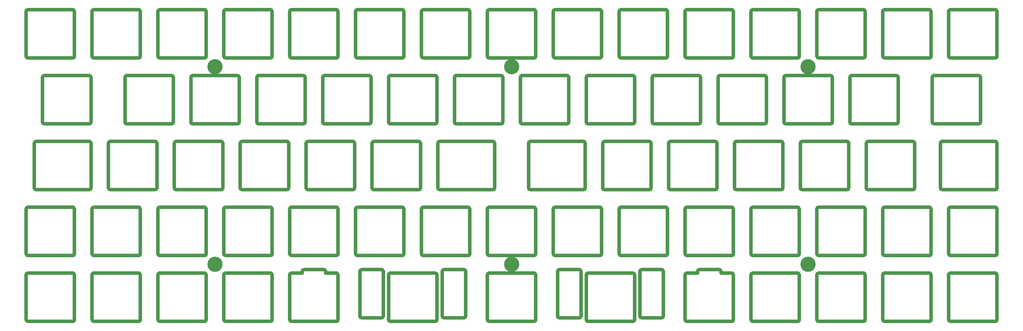
<source format=gbr>
%TF.GenerationSoftware,KiCad,Pcbnew,7.0.10*%
%TF.CreationDate,2024-03-15T21:20:40+01:00*%
%TF.ProjectId,katana60-pro-plate,6b617461-6e61-4363-902d-70726f2d706c,rev?*%
%TF.SameCoordinates,Original*%
%TF.FileFunction,Copper,L1,Top*%
%TF.FilePolarity,Positive*%
%FSLAX46Y46*%
G04 Gerber Fmt 4.6, Leading zero omitted, Abs format (unit mm)*
G04 Created by KiCad (PCBNEW 7.0.10) date 2024-03-15 21:20:40*
%MOMM*%
%LPD*%
G01*
G04 APERTURE LIST*
%TA.AperFunction,EtchedComponent*%
%ADD10C,1.000000*%
%TD*%
%TA.AperFunction,ComponentPad*%
%ADD11C,2.600000*%
%TD*%
%TA.AperFunction,ConnectorPad*%
%ADD12C,4.400000*%
%TD*%
G04 APERTURE END LIST*
D10*
%TO.C,S2*%
X250231250Y-162662499D02*
X250231250Y-149662499D01*
X243981250Y-163162499D02*
X249731250Y-163162499D01*
X243981250Y-149162499D02*
X249731250Y-149162499D01*
X243481250Y-162662499D02*
X243481250Y-149662499D01*
X241950000Y-163662500D02*
X241950000Y-150662500D01*
X241450000Y-150162500D02*
X228450000Y-150162500D01*
X228450000Y-164162500D02*
X241450000Y-164162500D01*
X227950000Y-150662500D02*
X227950000Y-163662500D01*
X226418750Y-162662499D02*
X226418750Y-149662499D01*
X220168750Y-163162499D02*
X225918750Y-163162499D01*
X220168750Y-149162499D02*
X225918750Y-149162499D01*
X219668750Y-162662499D02*
X219668750Y-149662499D01*
X249731250Y-163162499D02*
G75*
G03*
X250231250Y-162662499I-1J500001D01*
G01*
X250231250Y-149662499D02*
G75*
G03*
X249731250Y-149162499I-499998J2D01*
G01*
X243481250Y-162662499D02*
G75*
G03*
X243981250Y-163162499I500001J1D01*
G01*
X243981250Y-149162499D02*
G75*
G03*
X243481250Y-149662499I1J-500001D01*
G01*
X241450000Y-164162500D02*
G75*
G03*
X241950000Y-163662500I2J499998D01*
G01*
X241947236Y-150663616D02*
G75*
G03*
X241447236Y-150163616I-499998J2D01*
G01*
X227950000Y-163662500D02*
G75*
G03*
X228450000Y-164162500I500000J0D01*
G01*
X228450000Y-150162500D02*
G75*
G03*
X227950000Y-150662500I0J-500000D01*
G01*
X225918750Y-163162550D02*
G75*
G03*
X226418750Y-162662499I-50J500050D01*
G01*
X226418801Y-149662499D02*
G75*
G03*
X225918750Y-149162499I-500001J-1D01*
G01*
X219668801Y-162662499D02*
G75*
G03*
X220168750Y-163162499I499999J-1D01*
G01*
X220168750Y-149162450D02*
G75*
G03*
X219668750Y-149662499I50J-500050D01*
G01*
%TO.C,S3*%
X270525000Y-163662500D02*
X270525000Y-150662500D01*
X270025000Y-150162500D02*
X266900000Y-150162500D01*
X266900000Y-150162500D02*
X266900000Y-149662499D01*
X260650000Y-149162499D02*
X266400000Y-149162499D01*
X260150000Y-150162500D02*
X260150000Y-149662499D01*
X257027764Y-150163616D02*
X260150000Y-150162500D01*
X257025000Y-164162500D02*
X270025000Y-164162500D01*
X256525000Y-150662500D02*
X256525000Y-163662500D01*
X213375000Y-163662500D02*
X213375000Y-150662500D01*
X212875000Y-150162500D02*
X199875000Y-150162500D01*
X199875000Y-164162500D02*
X212875000Y-164162500D01*
X199375000Y-150662500D02*
X199375000Y-163662500D01*
X156225000Y-163662500D02*
X156225000Y-150662500D01*
X155725000Y-150162500D02*
X152599395Y-150162500D01*
X152600000Y-150162500D02*
X152600000Y-149662499D01*
X146350000Y-149162499D02*
X152100000Y-149162499D01*
X145850000Y-150162500D02*
X145850000Y-149662499D01*
X142727764Y-150163616D02*
X145850000Y-150162500D01*
X142725000Y-164162500D02*
X155725000Y-164162500D01*
X142225000Y-150662500D02*
X142225000Y-163662500D01*
X270025000Y-164162500D02*
G75*
G03*
X270525000Y-163662500I2J499998D01*
G01*
X270522236Y-150663616D02*
G75*
G03*
X270022236Y-150163616I-499998J2D01*
G01*
X266900000Y-149662499D02*
G75*
G03*
X266400000Y-149162499I-499998J2D01*
G01*
X260650000Y-149162499D02*
G75*
G03*
X260150000Y-149662499I1J-500001D01*
G01*
X256525000Y-163662500D02*
G75*
G03*
X257025000Y-164162500I500001J1D01*
G01*
X257025000Y-150162500D02*
G75*
G03*
X256525000Y-150662500I1J-500001D01*
G01*
X212875000Y-164162500D02*
G75*
G03*
X213375000Y-163662500I2J499998D01*
G01*
X213372236Y-150663616D02*
G75*
G03*
X212872236Y-150163616I-499998J2D01*
G01*
X199375000Y-163662500D02*
G75*
G03*
X199875000Y-164162500I500000J0D01*
G01*
X199875000Y-150162500D02*
G75*
G03*
X199375000Y-150662500I0J-500000D01*
G01*
X155725000Y-164162500D02*
G75*
G03*
X156225000Y-163662500I0J500000D01*
G01*
X156222184Y-150663616D02*
G75*
G03*
X155722236Y-150163616I-499984J16D01*
G01*
X152600001Y-149662499D02*
G75*
G03*
X152100000Y-149162499I-500001J-1D01*
G01*
X146350000Y-149162500D02*
G75*
G03*
X145850000Y-149662499I0J-500000D01*
G01*
X142225000Y-163662500D02*
G75*
G03*
X142725000Y-164162500I500000J0D01*
G01*
X142725000Y-150162500D02*
G75*
G03*
X142225000Y-150662500I0J-500000D01*
G01*
%TO.C,S1*%
X193081250Y-162662499D02*
X193081250Y-149662499D01*
X186831250Y-163162499D02*
X192581250Y-163162499D01*
X186831250Y-149162499D02*
X192581250Y-149162499D01*
X186331250Y-162662499D02*
X186331250Y-149662499D01*
X184800000Y-163662500D02*
X184800000Y-150662500D01*
X184300000Y-150162500D02*
X171300000Y-150162500D01*
X171300000Y-164162500D02*
X184300000Y-164162500D01*
X170800000Y-150662500D02*
X170800000Y-163662500D01*
X169268750Y-162662499D02*
X169268750Y-149662499D01*
X163018750Y-163162499D02*
X168768750Y-163162499D01*
X163018750Y-149162499D02*
X168768750Y-149162499D01*
X162518750Y-162662499D02*
X162518750Y-149662499D01*
X192581250Y-163162499D02*
G75*
G03*
X193081250Y-162662499I-1J500001D01*
G01*
X193081250Y-149662499D02*
G75*
G03*
X192581250Y-149162499I-499998J2D01*
G01*
X186331250Y-162662499D02*
G75*
G03*
X186831250Y-163162499I500001J1D01*
G01*
X186831250Y-149162499D02*
G75*
G03*
X186331250Y-149662499I1J-500001D01*
G01*
X184300000Y-164162500D02*
G75*
G03*
X184800000Y-163662500I2J499998D01*
G01*
X184797236Y-150663616D02*
G75*
G03*
X184297236Y-150163616I-499998J2D01*
G01*
X170800000Y-163662500D02*
G75*
G03*
X171300000Y-164162500I500000J0D01*
G01*
X171300000Y-150162500D02*
G75*
G03*
X170800000Y-150662500I0J-500000D01*
G01*
X168768750Y-163162550D02*
G75*
G03*
X169268750Y-162662499I-50J500050D01*
G01*
X169268801Y-149662499D02*
G75*
G03*
X168768750Y-149162499I-500001J-1D01*
G01*
X162518801Y-162662499D02*
G75*
G03*
X163018750Y-163162499I499999J-1D01*
G01*
X163018750Y-149162450D02*
G75*
G03*
X162518750Y-149662499I50J-500050D01*
G01*
%TO.C,MX56*%
X270525000Y-144612500D02*
X270525000Y-131612500D01*
X270025000Y-131112500D02*
X257025000Y-131112500D01*
X257025000Y-145112500D02*
X270025000Y-145112500D01*
X256525000Y-131612500D02*
X256525000Y-144612500D01*
X270025000Y-145112500D02*
G75*
G03*
X270525000Y-144612500I-1J500001D01*
G01*
X270525000Y-131612500D02*
G75*
G03*
X270025000Y-131112500I-500001J-1D01*
G01*
X256527716Y-144611384D02*
G75*
G03*
X257027764Y-145111384I500084J84D01*
G01*
X257025000Y-131112500D02*
G75*
G03*
X256525000Y-131612500I0J-500000D01*
G01*
%TO.C,MX73*%
X308625000Y-163662500D02*
X308625000Y-150662500D01*
X308125000Y-150162500D02*
X295125000Y-150162500D01*
X295125000Y-164162500D02*
X308125000Y-164162500D01*
X294625000Y-150662500D02*
X294625000Y-163662500D01*
X308125000Y-164162500D02*
G75*
G03*
X308625000Y-163662500I-1J500001D01*
G01*
X308625000Y-150662500D02*
G75*
G03*
X308125000Y-150162500I-500001J-1D01*
G01*
X294627716Y-163661384D02*
G75*
G03*
X295127764Y-164161384I500084J84D01*
G01*
X295125000Y-150162500D02*
G75*
G03*
X294625000Y-150662500I0J-500000D01*
G01*
%TO.C,MX19*%
X146700000Y-106512500D02*
X146700000Y-93512500D01*
X146200000Y-93012500D02*
X133200000Y-93012500D01*
X133200000Y-107012500D02*
X146200000Y-107012500D01*
X132700000Y-93512500D02*
X132700000Y-106512500D01*
X146200000Y-107012500D02*
G75*
G03*
X146700000Y-106512500I-1J500001D01*
G01*
X146700000Y-93512500D02*
G75*
G03*
X146200000Y-93012500I-500001J-1D01*
G01*
X132702716Y-106511384D02*
G75*
G03*
X133202764Y-107011384I500084J84D01*
G01*
X133200000Y-93012500D02*
G75*
G03*
X132700000Y-93512500I0J-500000D01*
G01*
%TO.C,MX45*%
X346725000Y-125562500D02*
X346725000Y-112562500D01*
X346225000Y-112062500D02*
X330843750Y-112062500D01*
X330846514Y-126061384D02*
X346225000Y-126062500D01*
X330343750Y-112562500D02*
X330343750Y-125562500D01*
X346225000Y-126062500D02*
G75*
G03*
X346725000Y-125562500I-1J500001D01*
G01*
X346725000Y-112562500D02*
G75*
G03*
X346225000Y-112062500I-500001J-1D01*
G01*
X330346566Y-125561384D02*
G75*
G03*
X330846514Y-126061384I500084J84D01*
G01*
X330843750Y-112062500D02*
G75*
G03*
X330343750Y-112562500I0J-500000D01*
G01*
%TO.C,MX5*%
X156225000Y-87462500D02*
X156225000Y-74462500D01*
X155725000Y-73962500D02*
X142725000Y-73962500D01*
X142725000Y-87962500D02*
X155725000Y-87962500D01*
X142225000Y-74462500D02*
X142225000Y-87462500D01*
X155725000Y-87962500D02*
G75*
G03*
X156225000Y-87462500I-1J500001D01*
G01*
X156225000Y-74462500D02*
G75*
G03*
X155725000Y-73962500I-500001J-1D01*
G01*
X142227716Y-87461384D02*
G75*
G03*
X142727764Y-87961384I500084J84D01*
G01*
X142725000Y-73962500D02*
G75*
G03*
X142225000Y-74462500I0J-500000D01*
G01*
%TO.C,MX16*%
X84787500Y-106512500D02*
X84787500Y-93512500D01*
X84287500Y-93012500D02*
X71287500Y-93012500D01*
X71287500Y-107012500D02*
X84287500Y-107012500D01*
X70787500Y-93512500D02*
X70787500Y-106512500D01*
X84287500Y-107012500D02*
G75*
G03*
X84787500Y-106512500I-1J500001D01*
G01*
X84787500Y-93512500D02*
G75*
G03*
X84287500Y-93012500I-500001J-1D01*
G01*
X70790216Y-106511384D02*
G75*
G03*
X71290264Y-107011384I500084J84D01*
G01*
X71287500Y-93012500D02*
G75*
G03*
X70787500Y-93512500I0J-500000D01*
G01*
%TO.C,MX51*%
X175275000Y-144612500D02*
X175275000Y-131612500D01*
X174775000Y-131112500D02*
X161775000Y-131112500D01*
X161775000Y-145112500D02*
X174775000Y-145112500D01*
X161275000Y-131612500D02*
X161275000Y-144612500D01*
X174775000Y-145112500D02*
G75*
G03*
X175275000Y-144612500I-1J500001D01*
G01*
X175275000Y-131612500D02*
G75*
G03*
X174775000Y-131112500I-500001J-1D01*
G01*
X161277716Y-144611384D02*
G75*
G03*
X161777764Y-145111384I500084J84D01*
G01*
X161775000Y-131112500D02*
G75*
G03*
X161275000Y-131612500I0J-500000D01*
G01*
%TO.C,MX40*%
X246712500Y-125562500D02*
X246712500Y-112562500D01*
X246212500Y-112062500D02*
X233212500Y-112062500D01*
X233212500Y-126062500D02*
X246212500Y-126062500D01*
X232712500Y-112562500D02*
X232712500Y-125562500D01*
X246212500Y-126062500D02*
G75*
G03*
X246712500Y-125562500I-1J500001D01*
G01*
X246712500Y-112562500D02*
G75*
G03*
X246212500Y-112062500I-500001J-1D01*
G01*
X232715216Y-125561384D02*
G75*
G03*
X233215264Y-126061384I500084J84D01*
G01*
X233212500Y-112062500D02*
G75*
G03*
X232712500Y-112562500I0J-500000D01*
G01*
%TO.C,MX8*%
X213375000Y-87462500D02*
X213375000Y-74462500D01*
X212875000Y-73962500D02*
X199875000Y-73962500D01*
X199875000Y-87962500D02*
X212875000Y-87962500D01*
X199375000Y-74462500D02*
X199375000Y-87462500D01*
X212875000Y-87962500D02*
G75*
G03*
X213375000Y-87462500I-1J500001D01*
G01*
X213375000Y-74462500D02*
G75*
G03*
X212875000Y-73962500I-500001J-1D01*
G01*
X199377716Y-87461384D02*
G75*
G03*
X199877764Y-87961384I500084J84D01*
G01*
X199875000Y-73962500D02*
G75*
G03*
X199375000Y-74462500I0J-500000D01*
G01*
%TO.C,MX7*%
X194325000Y-87462500D02*
X194325000Y-74462500D01*
X193825000Y-73962500D02*
X180825000Y-73962500D01*
X180825000Y-87962500D02*
X193825000Y-87962500D01*
X180325000Y-74462500D02*
X180325000Y-87462500D01*
X193825000Y-87962500D02*
G75*
G03*
X194325000Y-87462500I-1J500001D01*
G01*
X194325000Y-74462500D02*
G75*
G03*
X193825000Y-73962500I-500001J-1D01*
G01*
X180327716Y-87461384D02*
G75*
G03*
X180827764Y-87961384I500084J84D01*
G01*
X180825000Y-73962500D02*
G75*
G03*
X180325000Y-74462500I0J-500000D01*
G01*
%TO.C,MX26*%
X261000000Y-106512500D02*
X261000000Y-93512500D01*
X260500000Y-93012500D02*
X247500000Y-93012500D01*
X247500000Y-107012500D02*
X260500000Y-107012500D01*
X247000000Y-93512500D02*
X247000000Y-106512500D01*
X260500000Y-107012500D02*
G75*
G03*
X261000000Y-106512500I-1J500001D01*
G01*
X261000000Y-93512500D02*
G75*
G03*
X260500000Y-93012500I-500001J-1D01*
G01*
X247002716Y-106511384D02*
G75*
G03*
X247502764Y-107011384I500084J84D01*
G01*
X247500000Y-93012500D02*
G75*
G03*
X247000000Y-93512500I0J-500000D01*
G01*
%TO.C,MX41*%
X265762500Y-125562500D02*
X265762500Y-112562500D01*
X265262500Y-112062500D02*
X252262500Y-112062500D01*
X252262500Y-126062500D02*
X265262500Y-126062500D01*
X251762500Y-112562500D02*
X251762500Y-125562500D01*
X265262500Y-126062500D02*
G75*
G03*
X265762500Y-125562500I-1J500001D01*
G01*
X265762500Y-112562500D02*
G75*
G03*
X265262500Y-112062500I-500001J-1D01*
G01*
X251765216Y-125561384D02*
G75*
G03*
X252265264Y-126061384I500084J84D01*
G01*
X252262500Y-112062500D02*
G75*
G03*
X251762500Y-112562500I0J-500000D01*
G01*
%TO.C,MX48*%
X118125000Y-144612500D02*
X118125000Y-131612500D01*
X117625000Y-131112500D02*
X104625000Y-131112500D01*
X104625000Y-145112500D02*
X117625000Y-145112500D01*
X104125000Y-131612500D02*
X104125000Y-144612500D01*
X117625000Y-145112500D02*
G75*
G03*
X118125000Y-144612500I-1J500001D01*
G01*
X118125000Y-131612500D02*
G75*
G03*
X117625000Y-131112500I-500001J-1D01*
G01*
X104127716Y-144611384D02*
G75*
G03*
X104627764Y-145111384I500084J84D01*
G01*
X104625000Y-131112500D02*
G75*
G03*
X104125000Y-131612500I0J-500000D01*
G01*
%TO.C,MX22*%
X203850000Y-106512500D02*
X203850000Y-93512500D01*
X203350000Y-93012500D02*
X190350000Y-93012500D01*
X190350000Y-107012500D02*
X203350000Y-107012500D01*
X189850000Y-93512500D02*
X189850000Y-106512500D01*
X203350000Y-107012500D02*
G75*
G03*
X203850000Y-106512500I-1J500001D01*
G01*
X203850000Y-93512500D02*
G75*
G03*
X203350000Y-93012500I-500001J-1D01*
G01*
X189852716Y-106511384D02*
G75*
G03*
X190352764Y-107011384I500084J84D01*
G01*
X190350000Y-93012500D02*
G75*
G03*
X189850000Y-93512500I0J-500000D01*
G01*
%TO.C,MX35*%
X160987500Y-125562500D02*
X160987500Y-112562500D01*
X160487500Y-112062500D02*
X147487500Y-112062500D01*
X147487500Y-126062500D02*
X160487500Y-126062500D01*
X146987500Y-112562500D02*
X146987500Y-125562500D01*
X160487500Y-126062500D02*
G75*
G03*
X160987500Y-125562500I-1J500001D01*
G01*
X160987500Y-112562500D02*
G75*
G03*
X160487500Y-112062500I-500001J-1D01*
G01*
X146990216Y-125561384D02*
G75*
G03*
X147490264Y-126061384I500084J84D01*
G01*
X147487500Y-112062500D02*
G75*
G03*
X146987500Y-112562500I0J-500000D01*
G01*
%TO.C,MX32*%
X103837500Y-125562500D02*
X103837500Y-112562500D01*
X103337500Y-112062500D02*
X90337500Y-112062500D01*
X90337500Y-126062500D02*
X103337500Y-126062500D01*
X89837500Y-112562500D02*
X89837500Y-125562500D01*
X103337500Y-126062500D02*
G75*
G03*
X103837500Y-125562500I-1J500001D01*
G01*
X103837500Y-112562500D02*
G75*
G03*
X103337500Y-112062500I-500001J-1D01*
G01*
X89840216Y-125561384D02*
G75*
G03*
X90340264Y-126061384I500084J84D01*
G01*
X90337500Y-112062500D02*
G75*
G03*
X89837500Y-112562500I0J-500000D01*
G01*
%TO.C,MX2*%
X85075000Y-74462500D02*
X85075000Y-87462500D01*
X85575000Y-87962500D02*
X98575000Y-87962500D01*
X98575000Y-73962500D02*
X85575000Y-73962500D01*
X99075000Y-87462500D02*
X99075000Y-74462500D01*
X85575000Y-73962500D02*
G75*
G03*
X85075000Y-74462500I1J-500001D01*
G01*
X85075000Y-87462500D02*
G75*
G03*
X85575000Y-87962500I500001J1D01*
G01*
X99072284Y-74463616D02*
G75*
G03*
X98572236Y-73963616I-500084J-84D01*
G01*
X98575000Y-87962500D02*
G75*
G03*
X99075000Y-87462500I0J500000D01*
G01*
%TO.C,MX14*%
X327675000Y-87462500D02*
X327675000Y-74462500D01*
X327175000Y-73962500D02*
X314175000Y-73962500D01*
X314175000Y-87962500D02*
X327175000Y-87962500D01*
X313675000Y-74462500D02*
X313675000Y-87462500D01*
X327175000Y-87962500D02*
G75*
G03*
X327675000Y-87462500I-1J500001D01*
G01*
X327675000Y-74462500D02*
G75*
G03*
X327175000Y-73962500I-500001J-1D01*
G01*
X313677716Y-87461384D02*
G75*
G03*
X314177764Y-87961384I500084J84D01*
G01*
X314175000Y-73962500D02*
G75*
G03*
X313675000Y-74462500I0J-500000D01*
G01*
%TO.C,MX54*%
X232425000Y-144612500D02*
X232425000Y-131612500D01*
X231925000Y-131112500D02*
X218925000Y-131112500D01*
X218925000Y-145112500D02*
X231925000Y-145112500D01*
X218425000Y-131612500D02*
X218425000Y-144612500D01*
X231925000Y-145112500D02*
G75*
G03*
X232425000Y-144612500I-1J500001D01*
G01*
X232425000Y-131612500D02*
G75*
G03*
X231925000Y-131112500I-500001J-1D01*
G01*
X218427716Y-144611384D02*
G75*
G03*
X218927764Y-145111384I500084J84D01*
G01*
X218925000Y-131112500D02*
G75*
G03*
X218425000Y-131612500I0J-500000D01*
G01*
%TO.C,MX10*%
X251475000Y-87462500D02*
X251475000Y-74462500D01*
X250975000Y-73962500D02*
X237975000Y-73962500D01*
X237975000Y-87962500D02*
X250975000Y-87962500D01*
X237475000Y-74462500D02*
X237475000Y-87462500D01*
X250975000Y-87962500D02*
G75*
G03*
X251475000Y-87462500I-1J500001D01*
G01*
X251475000Y-74462500D02*
G75*
G03*
X250975000Y-73962500I-500001J-1D01*
G01*
X237477716Y-87461384D02*
G75*
G03*
X237977764Y-87961384I500084J84D01*
G01*
X237975000Y-73962500D02*
G75*
G03*
X237475000Y-74462500I0J-500000D01*
G01*
%TO.C,MX20*%
X165750000Y-106512500D02*
X165750000Y-93512500D01*
X165250000Y-93012500D02*
X152250000Y-93012500D01*
X152250000Y-107012500D02*
X165250000Y-107012500D01*
X151750000Y-93512500D02*
X151750000Y-106512500D01*
X165250000Y-107012500D02*
G75*
G03*
X165750000Y-106512500I-1J500001D01*
G01*
X165750000Y-93512500D02*
G75*
G03*
X165250000Y-93012500I-500001J-1D01*
G01*
X151752716Y-106511384D02*
G75*
G03*
X152252764Y-107011384I500084J84D01*
G01*
X152250000Y-93012500D02*
G75*
G03*
X151750000Y-93512500I0J-500000D01*
G01*
%TO.C,MX42*%
X284812500Y-125562500D02*
X284812500Y-112562500D01*
X284312500Y-112062500D02*
X271312500Y-112062500D01*
X271312500Y-126062500D02*
X284312500Y-126062500D01*
X270812500Y-112562500D02*
X270812500Y-125562500D01*
X284312500Y-126062500D02*
G75*
G03*
X284812500Y-125562500I-1J500001D01*
G01*
X284812500Y-112562500D02*
G75*
G03*
X284312500Y-112062500I-500001J-1D01*
G01*
X270815216Y-125561384D02*
G75*
G03*
X271315264Y-126061384I500084J84D01*
G01*
X271312500Y-112062500D02*
G75*
G03*
X270812500Y-112562500I0J-500000D01*
G01*
%TO.C,MX24*%
X222900000Y-106512500D02*
X222900000Y-93512500D01*
X222400000Y-93012500D02*
X209400000Y-93012500D01*
X209400000Y-107012500D02*
X222400000Y-107012500D01*
X208900000Y-93512500D02*
X208900000Y-106512500D01*
X222400000Y-107012500D02*
G75*
G03*
X222900000Y-106512500I-1J500001D01*
G01*
X222900000Y-93512500D02*
G75*
G03*
X222400000Y-93012500I-500001J-1D01*
G01*
X208902716Y-106511384D02*
G75*
G03*
X209402764Y-107011384I500084J84D01*
G01*
X209400000Y-93012500D02*
G75*
G03*
X208900000Y-93512500I0J-500000D01*
G01*
%TO.C,MX12*%
X289575000Y-87462500D02*
X289575000Y-74462500D01*
X289075000Y-73962500D02*
X276075000Y-73962500D01*
X276075000Y-87962500D02*
X289075000Y-87962500D01*
X275575000Y-74462500D02*
X275575000Y-87462500D01*
X289075000Y-87962500D02*
G75*
G03*
X289575000Y-87462500I-1J500001D01*
G01*
X289575000Y-74462500D02*
G75*
G03*
X289075000Y-73962500I-500001J-1D01*
G01*
X275577716Y-87461384D02*
G75*
G03*
X276077764Y-87961384I500084J84D01*
G01*
X276075000Y-73962500D02*
G75*
G03*
X275575000Y-74462500I0J-500000D01*
G01*
%TO.C,MX46*%
X80025000Y-144612500D02*
X80025000Y-131612500D01*
X79525000Y-131112500D02*
X66525000Y-131112500D01*
X66525000Y-145112500D02*
X79525000Y-145112500D01*
X66025000Y-131612500D02*
X66025000Y-144612500D01*
X79525000Y-145112500D02*
G75*
G03*
X80025000Y-144612500I-1J500001D01*
G01*
X80025000Y-131612500D02*
G75*
G03*
X79525000Y-131112500I-500001J-1D01*
G01*
X66027716Y-144611384D02*
G75*
G03*
X66527764Y-145111384I500084J84D01*
G01*
X66525000Y-131112500D02*
G75*
G03*
X66025000Y-131612500I0J-500000D01*
G01*
%TO.C,MX15*%
X346725000Y-87462500D02*
X346725000Y-74462500D01*
X346225000Y-73962500D02*
X333225000Y-73962500D01*
X333225000Y-87962500D02*
X346225000Y-87962500D01*
X332725000Y-74462500D02*
X332725000Y-87462500D01*
X346225000Y-87962500D02*
G75*
G03*
X346725000Y-87462500I-1J500001D01*
G01*
X346725000Y-74462500D02*
G75*
G03*
X346225000Y-73962500I-500001J-1D01*
G01*
X332727716Y-87461384D02*
G75*
G03*
X333227764Y-87961384I500084J84D01*
G01*
X333225000Y-73962500D02*
G75*
G03*
X332725000Y-74462500I0J-500000D01*
G01*
%TO.C,MX50*%
X156225000Y-144612500D02*
X156225000Y-131612500D01*
X155725000Y-131112500D02*
X142725000Y-131112500D01*
X142725000Y-145112500D02*
X155725000Y-145112500D01*
X142225000Y-131612500D02*
X142225000Y-144612500D01*
X155725000Y-145112500D02*
G75*
G03*
X156225000Y-144612500I-1J500001D01*
G01*
X156225000Y-131612500D02*
G75*
G03*
X155725000Y-131112500I-500001J-1D01*
G01*
X142227716Y-144611384D02*
G75*
G03*
X142727764Y-145111384I500084J84D01*
G01*
X142725000Y-131112500D02*
G75*
G03*
X142225000Y-131612500I0J-500000D01*
G01*
%TO.C,MX1*%
X66025000Y-74462500D02*
X66025000Y-87462500D01*
X66525000Y-87962500D02*
X79525000Y-87962500D01*
X79525000Y-73962500D02*
X66525000Y-73962500D01*
X80025000Y-87462500D02*
X80025000Y-74462500D01*
X66525000Y-73962500D02*
G75*
G03*
X66025000Y-74462500I1J-500001D01*
G01*
X66025000Y-87462500D02*
G75*
G03*
X66525000Y-87962500I500001J1D01*
G01*
X80022284Y-74463616D02*
G75*
G03*
X79522236Y-73963616I-500084J-84D01*
G01*
X79525000Y-87962500D02*
G75*
G03*
X80025000Y-87462500I0J500000D01*
G01*
%TO.C,MX29*%
X318150000Y-106512500D02*
X318150000Y-93512500D01*
X317650000Y-93012500D02*
X304650000Y-93012500D01*
X304650000Y-107012500D02*
X317650000Y-107012500D01*
X304150000Y-93512500D02*
X304150000Y-106512500D01*
X317650000Y-107012500D02*
G75*
G03*
X318150000Y-106512500I-1J500001D01*
G01*
X318150000Y-93512500D02*
G75*
G03*
X317650000Y-93012500I-500001J-1D01*
G01*
X304152716Y-106511384D02*
G75*
G03*
X304652764Y-107011384I500084J84D01*
G01*
X304650000Y-93012500D02*
G75*
G03*
X304150000Y-93512500I0J-500000D01*
G01*
%TO.C,MX57*%
X289575000Y-144612500D02*
X289575000Y-131612500D01*
X289075000Y-131112500D02*
X276075000Y-131112500D01*
X276075000Y-145112500D02*
X289075000Y-145112500D01*
X275575000Y-131612500D02*
X275575000Y-144612500D01*
X289075000Y-145112500D02*
G75*
G03*
X289575000Y-144612500I-1J500001D01*
G01*
X289575000Y-131612500D02*
G75*
G03*
X289075000Y-131112500I-500001J-1D01*
G01*
X275577716Y-144611384D02*
G75*
G03*
X276077764Y-145111384I500084J84D01*
G01*
X276075000Y-131112500D02*
G75*
G03*
X275575000Y-131612500I0J-500000D01*
G01*
%TO.C,MX18*%
X127650000Y-106512500D02*
X127650000Y-93512500D01*
X127150000Y-93012500D02*
X114150000Y-93012500D01*
X114150000Y-107012500D02*
X127150000Y-107012500D01*
X113650000Y-93512500D02*
X113650000Y-106512500D01*
X127150000Y-107012500D02*
G75*
G03*
X127650000Y-106512500I-1J500001D01*
G01*
X127650000Y-93512500D02*
G75*
G03*
X127150000Y-93012500I-500001J-1D01*
G01*
X113652716Y-106511384D02*
G75*
G03*
X114152764Y-107011384I500084J84D01*
G01*
X114150000Y-93012500D02*
G75*
G03*
X113650000Y-93512500I0J-500000D01*
G01*
%TO.C,MX31*%
X84787500Y-125562500D02*
X84787500Y-112562500D01*
X84287500Y-112062500D02*
X68906250Y-112062500D01*
X68909014Y-126061384D02*
X84287500Y-126062500D01*
X68406250Y-112562500D02*
X68406250Y-125562500D01*
X84287500Y-126062500D02*
G75*
G03*
X84787500Y-125562500I-1J500001D01*
G01*
X84787500Y-112562500D02*
G75*
G03*
X84287500Y-112062500I-500001J-1D01*
G01*
X68409066Y-125561384D02*
G75*
G03*
X68909014Y-126061384I500084J84D01*
G01*
X68906250Y-112062500D02*
G75*
G03*
X68406250Y-112562500I0J-500000D01*
G01*
%TO.C,MX44*%
X322912500Y-125562500D02*
X322912500Y-112562500D01*
X322412500Y-112062500D02*
X309412500Y-112062500D01*
X309412500Y-126062500D02*
X322412500Y-126062500D01*
X308912500Y-112562500D02*
X308912500Y-125562500D01*
X322412500Y-126062500D02*
G75*
G03*
X322912500Y-125562500I-1J500001D01*
G01*
X322912500Y-112562500D02*
G75*
G03*
X322412500Y-112062500I-500001J-1D01*
G01*
X308915216Y-125561384D02*
G75*
G03*
X309415264Y-126061384I500084J84D01*
G01*
X309412500Y-112062500D02*
G75*
G03*
X308912500Y-112562500I0J-500000D01*
G01*
%TO.C,MX21*%
X184800000Y-106512500D02*
X184800000Y-93512500D01*
X184300000Y-93012500D02*
X171300000Y-93012500D01*
X171300000Y-107012500D02*
X184300000Y-107012500D01*
X170800000Y-93512500D02*
X170800000Y-106512500D01*
X184300000Y-107012500D02*
G75*
G03*
X184800000Y-106512500I-1J500001D01*
G01*
X184800000Y-93512500D02*
G75*
G03*
X184300000Y-93012500I-500001J-1D01*
G01*
X170802716Y-106511384D02*
G75*
G03*
X171302764Y-107011384I500084J84D01*
G01*
X171300000Y-93012500D02*
G75*
G03*
X170800000Y-93512500I0J-500000D01*
G01*
%TO.C,MX59*%
X327675000Y-144612500D02*
X327675000Y-131612500D01*
X327175000Y-131112500D02*
X314175000Y-131112500D01*
X314175000Y-145112500D02*
X327175000Y-145112500D01*
X313675000Y-131612500D02*
X313675000Y-144612500D01*
X327175000Y-145112500D02*
G75*
G03*
X327675000Y-144612500I-1J500001D01*
G01*
X327675000Y-131612500D02*
G75*
G03*
X327175000Y-131112500I-500001J-1D01*
G01*
X313677716Y-144611384D02*
G75*
G03*
X314177764Y-145111384I500084J84D01*
G01*
X314175000Y-131112500D02*
G75*
G03*
X313675000Y-131612500I0J-500000D01*
G01*
%TO.C,MX43*%
X303862500Y-125562500D02*
X303862500Y-112562500D01*
X303362500Y-112062500D02*
X290362500Y-112062500D01*
X290362500Y-126062500D02*
X303362500Y-126062500D01*
X289862500Y-112562500D02*
X289862500Y-125562500D01*
X303362500Y-126062500D02*
G75*
G03*
X303862500Y-125562500I-1J500001D01*
G01*
X303862500Y-112562500D02*
G75*
G03*
X303362500Y-112062500I-500001J-1D01*
G01*
X289865216Y-125561384D02*
G75*
G03*
X290365264Y-126061384I500084J84D01*
G01*
X290362500Y-112062500D02*
G75*
G03*
X289862500Y-112562500I0J-500000D01*
G01*
%TO.C,MX75*%
X346725000Y-163662500D02*
X346725000Y-150662500D01*
X346225000Y-150162500D02*
X333225000Y-150162500D01*
X333225000Y-164162500D02*
X346225000Y-164162500D01*
X332725000Y-150662500D02*
X332725000Y-163662500D01*
X346225000Y-164162500D02*
G75*
G03*
X346725000Y-163662500I-1J500001D01*
G01*
X346725000Y-150662500D02*
G75*
G03*
X346225000Y-150162500I-500001J-1D01*
G01*
X332727716Y-163661384D02*
G75*
G03*
X333227764Y-164161384I500084J84D01*
G01*
X333225000Y-150162500D02*
G75*
G03*
X332725000Y-150662500I0J-500000D01*
G01*
%TO.C,MX36*%
X180037500Y-125562500D02*
X180037500Y-112562500D01*
X179537500Y-112062500D02*
X166537500Y-112062500D01*
X166537500Y-126062500D02*
X179537500Y-126062500D01*
X166037500Y-112562500D02*
X166037500Y-125562500D01*
X179537500Y-126062500D02*
G75*
G03*
X180037500Y-125562500I-1J500001D01*
G01*
X180037500Y-112562500D02*
G75*
G03*
X179537500Y-112062500I-500001J-1D01*
G01*
X166040216Y-125561384D02*
G75*
G03*
X166540264Y-126061384I500084J84D01*
G01*
X166537500Y-112062500D02*
G75*
G03*
X166037500Y-112562500I0J-500000D01*
G01*
%TO.C,MX11*%
X270525000Y-87462500D02*
X270525000Y-74462500D01*
X270025000Y-73962500D02*
X257025000Y-73962500D01*
X257025000Y-87962500D02*
X270025000Y-87962500D01*
X256525000Y-74462500D02*
X256525000Y-87462500D01*
X270025000Y-87962500D02*
G75*
G03*
X270525000Y-87462500I-1J500001D01*
G01*
X270525000Y-74462500D02*
G75*
G03*
X270025000Y-73962500I-500001J-1D01*
G01*
X256527716Y-87461384D02*
G75*
G03*
X257027764Y-87961384I500084J84D01*
G01*
X257025000Y-73962500D02*
G75*
G03*
X256525000Y-74462500I0J-500000D01*
G01*
%TO.C,MX61*%
X80025000Y-163662500D02*
X80025000Y-150662500D01*
X79525000Y-150162500D02*
X66525000Y-150162500D01*
X66525000Y-164162500D02*
X79525000Y-164162500D01*
X66025000Y-150662500D02*
X66025000Y-163662500D01*
X79525000Y-164162500D02*
G75*
G03*
X80025000Y-163662500I-1J500001D01*
G01*
X80025000Y-150662500D02*
G75*
G03*
X79525000Y-150162500I-500001J-1D01*
G01*
X66027716Y-163661384D02*
G75*
G03*
X66527764Y-164161384I500084J84D01*
G01*
X66525000Y-150162500D02*
G75*
G03*
X66025000Y-150662500I0J-500000D01*
G01*
%TO.C,MX27*%
X280050000Y-106512500D02*
X280050000Y-93512500D01*
X279550000Y-93012500D02*
X266550000Y-93012500D01*
X266550000Y-107012500D02*
X279550000Y-107012500D01*
X266050000Y-93512500D02*
X266050000Y-106512500D01*
X279550000Y-107012500D02*
G75*
G03*
X280050000Y-106512500I-1J500001D01*
G01*
X280050000Y-93512500D02*
G75*
G03*
X279550000Y-93012500I-500001J-1D01*
G01*
X266052716Y-106511384D02*
G75*
G03*
X266552764Y-107011384I500084J84D01*
G01*
X266550000Y-93012500D02*
G75*
G03*
X266050000Y-93512500I0J-500000D01*
G01*
%TO.C,MX47*%
X99075000Y-144612500D02*
X99075000Y-131612500D01*
X98575000Y-131112500D02*
X85575000Y-131112500D01*
X85575000Y-145112500D02*
X98575000Y-145112500D01*
X85075000Y-131612500D02*
X85075000Y-144612500D01*
X98575000Y-145112500D02*
G75*
G03*
X99075000Y-144612500I-1J500001D01*
G01*
X99075000Y-131612500D02*
G75*
G03*
X98575000Y-131112500I-500001J-1D01*
G01*
X85077716Y-144611384D02*
G75*
G03*
X85577764Y-145111384I500084J84D01*
G01*
X85575000Y-131112500D02*
G75*
G03*
X85075000Y-131612500I0J-500000D01*
G01*
%TO.C,MX3*%
X118125000Y-87462500D02*
X118125000Y-74462500D01*
X117625000Y-73962500D02*
X104625000Y-73962500D01*
X104625000Y-87962500D02*
X117625000Y-87962500D01*
X104125000Y-74462500D02*
X104125000Y-87462500D01*
X117625000Y-87962500D02*
G75*
G03*
X118125000Y-87462500I-1J500001D01*
G01*
X118125000Y-74462500D02*
G75*
G03*
X117625000Y-73962500I-500001J-1D01*
G01*
X104127716Y-87461384D02*
G75*
G03*
X104627764Y-87961384I500084J84D01*
G01*
X104625000Y-73962500D02*
G75*
G03*
X104125000Y-74462500I0J-500000D01*
G01*
%TO.C,MX33*%
X122887500Y-125562500D02*
X122887500Y-112562500D01*
X122387500Y-112062500D02*
X109387500Y-112062500D01*
X109387500Y-126062500D02*
X122387500Y-126062500D01*
X108887500Y-112562500D02*
X108887500Y-125562500D01*
X122387500Y-126062500D02*
G75*
G03*
X122887500Y-125562500I-1J500001D01*
G01*
X122887500Y-112562500D02*
G75*
G03*
X122387500Y-112062500I-500001J-1D01*
G01*
X108890216Y-125561384D02*
G75*
G03*
X109390264Y-126061384I500084J84D01*
G01*
X109387500Y-112062500D02*
G75*
G03*
X108887500Y-112562500I0J-500000D01*
G01*
%TO.C,MX49*%
X137175000Y-144612500D02*
X137175000Y-131612500D01*
X136675000Y-131112500D02*
X123675000Y-131112500D01*
X123675000Y-145112500D02*
X136675000Y-145112500D01*
X123175000Y-131612500D02*
X123175000Y-144612500D01*
X136675000Y-145112500D02*
G75*
G03*
X137175000Y-144612500I-1J500001D01*
G01*
X137175000Y-131612500D02*
G75*
G03*
X136675000Y-131112500I-500001J-1D01*
G01*
X123177716Y-144611384D02*
G75*
G03*
X123677764Y-145111384I500084J84D01*
G01*
X123675000Y-131112500D02*
G75*
G03*
X123175000Y-131612500I0J-500000D01*
G01*
%TO.C,MX39_2*%
X227662500Y-125562500D02*
X227662500Y-112562500D01*
X227162500Y-112062500D02*
X211781250Y-112062500D01*
X211784014Y-126061384D02*
X227162500Y-126062500D01*
X211281250Y-112562500D02*
X211281250Y-125562500D01*
X227162500Y-126062500D02*
G75*
G03*
X227662500Y-125562500I-1J500001D01*
G01*
X227662500Y-112562500D02*
G75*
G03*
X227162500Y-112062500I-500001J-1D01*
G01*
X211284066Y-125561384D02*
G75*
G03*
X211784014Y-126061384I500084J84D01*
G01*
X211781250Y-112062500D02*
G75*
G03*
X211281250Y-112562500I0J-500000D01*
G01*
%TO.C,MX64*%
X137175000Y-163662500D02*
X137175000Y-150662500D01*
X136675000Y-150162500D02*
X123675000Y-150162500D01*
X123675000Y-164162500D02*
X136675000Y-164162500D01*
X123175000Y-150662500D02*
X123175000Y-163662500D01*
X136675000Y-164162500D02*
G75*
G03*
X137175000Y-163662500I-1J500001D01*
G01*
X137175000Y-150662500D02*
G75*
G03*
X136675000Y-150162500I-500001J-1D01*
G01*
X123177716Y-163661384D02*
G75*
G03*
X123677764Y-164161384I500084J84D01*
G01*
X123675000Y-150162500D02*
G75*
G03*
X123175000Y-150662500I0J-500000D01*
G01*
%TO.C,MX60*%
X346725000Y-144612500D02*
X346725000Y-131612500D01*
X346225000Y-131112500D02*
X333225000Y-131112500D01*
X333225000Y-145112500D02*
X346225000Y-145112500D01*
X332725000Y-131612500D02*
X332725000Y-144612500D01*
X346225000Y-145112500D02*
G75*
G03*
X346725000Y-144612500I-1J500001D01*
G01*
X346725000Y-131612500D02*
G75*
G03*
X346225000Y-131112500I-500001J-1D01*
G01*
X332727716Y-144611384D02*
G75*
G03*
X333227764Y-145111384I500084J84D01*
G01*
X333225000Y-131112500D02*
G75*
G03*
X332725000Y-131612500I0J-500000D01*
G01*
%TO.C,MX13*%
X308625000Y-87462500D02*
X308625000Y-74462500D01*
X308125000Y-73962500D02*
X295125000Y-73962500D01*
X295125000Y-87962500D02*
X308125000Y-87962500D01*
X294625000Y-74462500D02*
X294625000Y-87462500D01*
X308125000Y-87962500D02*
G75*
G03*
X308625000Y-87462500I-1J500001D01*
G01*
X308625000Y-74462500D02*
G75*
G03*
X308125000Y-73962500I-500001J-1D01*
G01*
X294627716Y-87461384D02*
G75*
G03*
X295127764Y-87961384I500084J84D01*
G01*
X295125000Y-73962500D02*
G75*
G03*
X294625000Y-74462500I0J-500000D01*
G01*
%TO.C,MX9*%
X232425000Y-87462500D02*
X232425000Y-74462500D01*
X231925000Y-73962500D02*
X218925000Y-73962500D01*
X218925000Y-87962500D02*
X231925000Y-87962500D01*
X218425000Y-74462500D02*
X218425000Y-87462500D01*
X231925000Y-87962500D02*
G75*
G03*
X232425000Y-87462500I-1J500001D01*
G01*
X232425000Y-74462500D02*
G75*
G03*
X231925000Y-73962500I-500001J-1D01*
G01*
X218427716Y-87461384D02*
G75*
G03*
X218927764Y-87961384I500084J84D01*
G01*
X218925000Y-73962500D02*
G75*
G03*
X218425000Y-74462500I0J-500000D01*
G01*
%TO.C,MX34*%
X141937500Y-125562500D02*
X141937500Y-112562500D01*
X141437500Y-112062500D02*
X128437500Y-112062500D01*
X128437500Y-126062500D02*
X141437500Y-126062500D01*
X127937500Y-112562500D02*
X127937500Y-125562500D01*
X141437500Y-126062500D02*
G75*
G03*
X141937500Y-125562500I-1J500001D01*
G01*
X141937500Y-112562500D02*
G75*
G03*
X141437500Y-112062500I-500001J-1D01*
G01*
X127940216Y-125561384D02*
G75*
G03*
X128440264Y-126061384I500084J84D01*
G01*
X128437500Y-112062500D02*
G75*
G03*
X127937500Y-112562500I0J-500000D01*
G01*
%TO.C,MX63*%
X118125000Y-163662500D02*
X118125000Y-150662500D01*
X117625000Y-150162500D02*
X104625000Y-150162500D01*
X104625000Y-164162500D02*
X117625000Y-164162500D01*
X104125000Y-150662500D02*
X104125000Y-163662500D01*
X117625000Y-164162500D02*
G75*
G03*
X118125000Y-163662500I-1J500001D01*
G01*
X118125000Y-150662500D02*
G75*
G03*
X117625000Y-150162500I-500001J-1D01*
G01*
X104127716Y-163661384D02*
G75*
G03*
X104627764Y-164161384I500084J84D01*
G01*
X104625000Y-150162500D02*
G75*
G03*
X104125000Y-150662500I0J-500000D01*
G01*
%TO.C,MX53*%
X213375000Y-144612500D02*
X213375000Y-131612500D01*
X212875000Y-131112500D02*
X199875000Y-131112500D01*
X199875000Y-145112500D02*
X212875000Y-145112500D01*
X199375000Y-131612500D02*
X199375000Y-144612500D01*
X212875000Y-145112500D02*
G75*
G03*
X213375000Y-144612500I-1J500001D01*
G01*
X213375000Y-131612500D02*
G75*
G03*
X212875000Y-131112500I-500001J-1D01*
G01*
X199377716Y-144611384D02*
G75*
G03*
X199877764Y-145111384I500084J84D01*
G01*
X199875000Y-131112500D02*
G75*
G03*
X199375000Y-131612500I0J-500000D01*
G01*
%TO.C,MX37_2*%
X185087500Y-112562500D02*
X185087500Y-125562500D01*
X185587500Y-126062500D02*
X200968750Y-126062500D01*
X200965986Y-112063616D02*
X185587500Y-112062500D01*
X201468750Y-125562500D02*
X201468750Y-112562500D01*
X185587500Y-112062500D02*
G75*
G03*
X185087500Y-112562500I1J-500001D01*
G01*
X185087500Y-125562500D02*
G75*
G03*
X185587500Y-126062500I500001J1D01*
G01*
X201465934Y-112563616D02*
G75*
G03*
X200965986Y-112063616I-500084J-84D01*
G01*
X200968750Y-126062500D02*
G75*
G03*
X201468750Y-125562500I0J500000D01*
G01*
%TO.C,MX74*%
X327675000Y-163662500D02*
X327675000Y-150662500D01*
X327175000Y-150162500D02*
X314175000Y-150162500D01*
X314175000Y-164162500D02*
X327175000Y-164162500D01*
X313675000Y-150662500D02*
X313675000Y-163662500D01*
X327175000Y-164162500D02*
G75*
G03*
X327675000Y-163662500I-1J500001D01*
G01*
X327675000Y-150662500D02*
G75*
G03*
X327175000Y-150162500I-500001J-1D01*
G01*
X313677716Y-163661384D02*
G75*
G03*
X314177764Y-164161384I500084J84D01*
G01*
X314175000Y-150162500D02*
G75*
G03*
X313675000Y-150662500I0J-500000D01*
G01*
%TO.C,MX4*%
X137175000Y-87462500D02*
X137175000Y-74462500D01*
X136675000Y-73962500D02*
X123675000Y-73962500D01*
X123675000Y-87962500D02*
X136675000Y-87962500D01*
X123175000Y-74462500D02*
X123175000Y-87462500D01*
X136675000Y-87962500D02*
G75*
G03*
X137175000Y-87462500I-1J500001D01*
G01*
X137175000Y-74462500D02*
G75*
G03*
X136675000Y-73962500I-500001J-1D01*
G01*
X123177716Y-87461384D02*
G75*
G03*
X123677764Y-87961384I500084J84D01*
G01*
X123675000Y-73962500D02*
G75*
G03*
X123175000Y-74462500I0J-500000D01*
G01*
%TO.C,MX52*%
X194325000Y-144612500D02*
X194325000Y-131612500D01*
X193825000Y-131112500D02*
X180825000Y-131112500D01*
X180825000Y-145112500D02*
X193825000Y-145112500D01*
X180325000Y-131612500D02*
X180325000Y-144612500D01*
X193825000Y-145112500D02*
G75*
G03*
X194325000Y-144612500I-1J500001D01*
G01*
X194325000Y-131612500D02*
G75*
G03*
X193825000Y-131112500I-500001J-1D01*
G01*
X180327716Y-144611384D02*
G75*
G03*
X180827764Y-145111384I500084J84D01*
G01*
X180825000Y-131112500D02*
G75*
G03*
X180325000Y-131612500I0J-500000D01*
G01*
%TO.C,MX55*%
X251475000Y-144612500D02*
X251475000Y-131612500D01*
X250975000Y-131112500D02*
X237975000Y-131112500D01*
X237975000Y-145112500D02*
X250975000Y-145112500D01*
X237475000Y-131612500D02*
X237475000Y-144612500D01*
X250975000Y-145112500D02*
G75*
G03*
X251475000Y-144612500I-1J500001D01*
G01*
X251475000Y-131612500D02*
G75*
G03*
X250975000Y-131112500I-500001J-1D01*
G01*
X237477716Y-144611384D02*
G75*
G03*
X237977764Y-145111384I500084J84D01*
G01*
X237975000Y-131112500D02*
G75*
G03*
X237475000Y-131612500I0J-500000D01*
G01*
%TO.C,MX25*%
X241950000Y-106512500D02*
X241950000Y-93512500D01*
X241450000Y-93012500D02*
X228450000Y-93012500D01*
X228450000Y-107012500D02*
X241450000Y-107012500D01*
X227950000Y-93512500D02*
X227950000Y-106512500D01*
X241450000Y-107012500D02*
G75*
G03*
X241950000Y-106512500I-1J500001D01*
G01*
X241950000Y-93512500D02*
G75*
G03*
X241450000Y-93012500I-500001J-1D01*
G01*
X227952716Y-106511384D02*
G75*
G03*
X228452764Y-107011384I500084J84D01*
G01*
X228450000Y-93012500D02*
G75*
G03*
X227950000Y-93512500I0J-500000D01*
G01*
%TO.C,MX72*%
X289575000Y-163662500D02*
X289575000Y-150662500D01*
X289075000Y-150162500D02*
X276075000Y-150162500D01*
X276075000Y-164162500D02*
X289075000Y-164162500D01*
X275575000Y-150662500D02*
X275575000Y-163662500D01*
X289075000Y-164162500D02*
G75*
G03*
X289575000Y-163662500I-1J500001D01*
G01*
X289575000Y-150662500D02*
G75*
G03*
X289075000Y-150162500I-500001J-1D01*
G01*
X275577716Y-163661384D02*
G75*
G03*
X276077764Y-164161384I500084J84D01*
G01*
X276075000Y-150162500D02*
G75*
G03*
X275575000Y-150662500I0J-500000D01*
G01*
%TO.C,MX30*%
X341962500Y-106512500D02*
X341962500Y-93512500D01*
X341462500Y-93012500D02*
X328462500Y-93012500D01*
X328462500Y-107012500D02*
X341462500Y-107012500D01*
X327962500Y-93512500D02*
X327962500Y-106512500D01*
X341462500Y-107012500D02*
G75*
G03*
X341962500Y-106512500I-1J500001D01*
G01*
X341962500Y-93512500D02*
G75*
G03*
X341462500Y-93012500I-500001J-1D01*
G01*
X327965216Y-106511384D02*
G75*
G03*
X328465264Y-107011384I500084J84D01*
G01*
X328462500Y-93012500D02*
G75*
G03*
X327962500Y-93512500I0J-500000D01*
G01*
%TO.C,MX58*%
X308625000Y-144612500D02*
X308625000Y-131612500D01*
X308125000Y-131112500D02*
X295125000Y-131112500D01*
X295125000Y-145112500D02*
X308125000Y-145112500D01*
X294625000Y-131612500D02*
X294625000Y-144612500D01*
X308125000Y-145112500D02*
G75*
G03*
X308625000Y-144612500I-1J500001D01*
G01*
X308625000Y-131612500D02*
G75*
G03*
X308125000Y-131112500I-500001J-1D01*
G01*
X294627716Y-144611384D02*
G75*
G03*
X295127764Y-145111384I500084J84D01*
G01*
X295125000Y-131112500D02*
G75*
G03*
X294625000Y-131612500I0J-500000D01*
G01*
%TO.C,MX17*%
X108600000Y-106512500D02*
X108600000Y-93512500D01*
X108100000Y-93012500D02*
X95100000Y-93012500D01*
X95100000Y-107012500D02*
X108100000Y-107012500D01*
X94600000Y-93512500D02*
X94600000Y-106512500D01*
X108100000Y-107012500D02*
G75*
G03*
X108600000Y-106512500I-1J500001D01*
G01*
X108600000Y-93512500D02*
G75*
G03*
X108100000Y-93012500I-500001J-1D01*
G01*
X94602716Y-106511384D02*
G75*
G03*
X95102764Y-107011384I500084J84D01*
G01*
X95100000Y-93012500D02*
G75*
G03*
X94600000Y-93512500I0J-500000D01*
G01*
%TO.C,MX28*%
X299100000Y-106512500D02*
X299100000Y-93512500D01*
X298600000Y-93012500D02*
X285600000Y-93012500D01*
X285600000Y-107012500D02*
X298600000Y-107012500D01*
X285100000Y-93512500D02*
X285100000Y-106512500D01*
X298600000Y-107012500D02*
G75*
G03*
X299100000Y-106512500I-1J500001D01*
G01*
X299100000Y-93512500D02*
G75*
G03*
X298600000Y-93012500I-500001J-1D01*
G01*
X285102716Y-106511384D02*
G75*
G03*
X285602764Y-107011384I500084J84D01*
G01*
X285600000Y-93012500D02*
G75*
G03*
X285100000Y-93512500I0J-500000D01*
G01*
%TO.C,MX62*%
X99075000Y-163662500D02*
X99075000Y-150662500D01*
X98575000Y-150162500D02*
X85575000Y-150162500D01*
X85575000Y-164162500D02*
X98575000Y-164162500D01*
X85075000Y-150662500D02*
X85075000Y-163662500D01*
X98575000Y-164162500D02*
G75*
G03*
X99075000Y-163662500I-1J500001D01*
G01*
X99075000Y-150662500D02*
G75*
G03*
X98575000Y-150162500I-500001J-1D01*
G01*
X85077716Y-163661384D02*
G75*
G03*
X85577764Y-164161384I500084J84D01*
G01*
X85575000Y-150162500D02*
G75*
G03*
X85075000Y-150662500I0J-500000D01*
G01*
%TO.C,MX6*%
X175275000Y-87462500D02*
X175275000Y-74462500D01*
X174775000Y-73962500D02*
X161775000Y-73962500D01*
X161775000Y-87962500D02*
X174775000Y-87962500D01*
X161275000Y-74462500D02*
X161275000Y-87462500D01*
X174775000Y-87962500D02*
G75*
G03*
X175275000Y-87462500I-1J500001D01*
G01*
X175275000Y-74462500D02*
G75*
G03*
X174775000Y-73962500I-500001J-1D01*
G01*
X161277716Y-87461384D02*
G75*
G03*
X161777764Y-87961384I500084J84D01*
G01*
X161775000Y-73962500D02*
G75*
G03*
X161275000Y-74462500I0J-500000D01*
G01*
%TD*%
D11*
%TO.P,H6,1*%
%TO.N,N/C*%
X292100000Y-147637500D03*
D12*
X292100000Y-147637500D03*
%TD*%
D11*
%TO.P,H1,1*%
%TO.N,N/C*%
X120650000Y-90487500D03*
D12*
X120650000Y-90487500D03*
%TD*%
D11*
%TO.P,H4,1*%
%TO.N,N/C*%
X120650000Y-147637500D03*
D12*
X120650000Y-147637500D03*
%TD*%
D11*
%TO.P,H3,1*%
%TO.N,N/C*%
X292100000Y-90487500D03*
D12*
X292100000Y-90487500D03*
%TD*%
D11*
%TO.P,H5,1*%
%TO.N,N/C*%
X206375000Y-147637500D03*
D12*
X206375000Y-147637500D03*
%TD*%
D11*
%TO.P,H2,1*%
%TO.N,N/C*%
X206375000Y-90487500D03*
D12*
X206375000Y-90487500D03*
%TD*%
M02*

</source>
